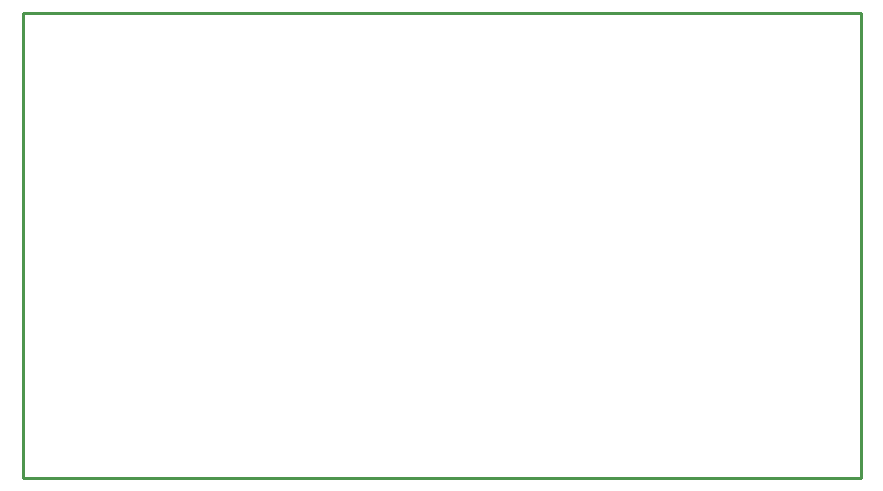
<source format=gko>
G04 Layer_Color=16711935*
%FSLAX23Y23*%
%MOIN*%
G70*
G01*
G75*
%ADD25C,0.010*%
D25*
X3795Y1000D02*
Y2550D01*
X1000Y1000D02*
X3795D01*
X1000D02*
Y2550D01*
X3795D01*
M02*

</source>
